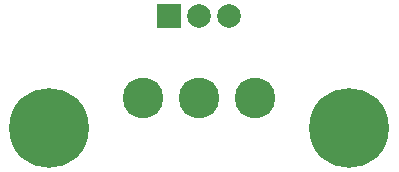
<source format=gts>
G04 #@! TF.GenerationSoftware,KiCad,Pcbnew,5.0.0-fee4fd1~65~ubuntu17.10.1*
G04 #@! TF.CreationDate,2018-08-22T05:20:38-04:00*
G04 #@! TF.ProjectId,alarm-switch,616C61726D2D7377697463682E6B6963,rev?*
G04 #@! TF.SameCoordinates,Original*
G04 #@! TF.FileFunction,Soldermask,Top*
G04 #@! TF.FilePolarity,Negative*
%FSLAX46Y46*%
G04 Gerber Fmt 4.6, Leading zero omitted, Abs format (unit mm)*
G04 Created by KiCad (PCBNEW 5.0.0-fee4fd1~65~ubuntu17.10.1) date Wed Aug 22 05:20:38 2018*
%MOMM*%
%LPD*%
G01*
G04 APERTURE LIST*
%ADD10C,6.750000*%
%ADD11R,2.000000X2.000000*%
%ADD12C,2.000000*%
%ADD13C,3.448000*%
G04 APERTURE END LIST*
D10*
G04 #@! TO.C,H1*
X111125000Y-103505000D03*
G04 #@! TD*
G04 #@! TO.C,H2*
X136525000Y-103505000D03*
G04 #@! TD*
D11*
G04 #@! TO.C,J1*
X121285000Y-93980000D03*
D12*
X123825000Y-93980000D03*
X126365000Y-93980000D03*
G04 #@! TD*
D13*
G04 #@! TO.C,SW1*
X119075200Y-100965000D03*
X123825000Y-100965000D03*
X128574800Y-100965000D03*
G04 #@! TD*
M02*

</source>
